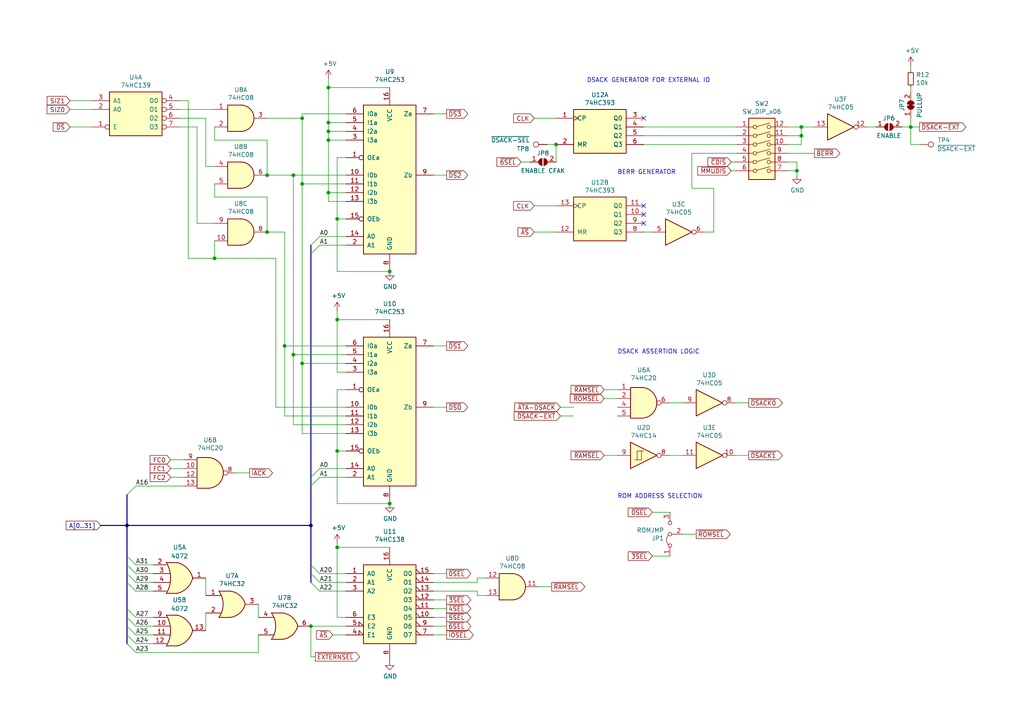
<source format=kicad_sch>
(kicad_sch (version 20231120) (generator "eeschema") (generator_version "8.0")
  (paper "A4")
  (title_block (title "k30s-VME") (rev "1"))
  (junction (at 161.29 41.91))
  (junction (at 264.16 36.83))
  (junction (at 90.17 152.4))
  (junction (at 97.79 158.75))
  (junction (at 113.03 78.74))
  (junction (at 36.83 152.4))
  (junction (at 113.03 146.05))
  (junction (at 232.41 39.37))
  (junction (at 95.25 55.88))
  (junction (at 97.79 63.5))
  (junction (at 85.09 102.87))
  (junction (at 97.79 130.81))
  (junction (at 95.25 35.56))
  (junction (at 62.23 74.93))
  (junction (at 95.25 25.4))
  (junction (at 87.63 34.29))
  (junction (at 87.63 53.34))
  (junction (at 95.25 38.1))
  (junction (at 232.41 36.83))
  (junction (at 87.63 105.41))
  (junction (at 97.79 92.71))
  (junction (at 95.25 40.64))
  (junction (at 231.14 49.53))
  (junction (at 85.09 50.8))
  (junction (at 82.55 100.33))
  (junction (at 77.47 50.8))
  (junction (at 90.17 181.61))
  (junction (at 77.47 67.31))
  (no_connect (at 186.69 34.29))
  (no_connect (at 186.69 62.23))
  (no_connect (at 186.69 64.77))
  (no_connect (at 186.69 59.69))
  (bus_entry (at 36.83 168.91) (size 2.54 2.54))
  (bus_entry (at 36.83 161.29) (size 2.54 2.54))
  (bus_entry (at 36.83 176.53) (size 2.54 2.54))
  (bus_entry (at 92.71 135.89) (size -2.54 2.54))
  (bus_entry (at 36.83 373.38) (size 2.54 2.54))
  (bus_entry (at 36.83 375.92) (size 2.54 2.54))
  (bus_entry (at 90.17 168.91) (size 2.54 2.54))
  (bus_entry (at 36.83 166.37) (size 2.54 2.54))
  (bus_entry (at 36.83 179.07) (size 2.54 2.54))
  (bus_entry (at 36.83 370.84) (size 2.54 2.54))
  (bus_entry (at 36.83 181.61) (size 2.54 2.54))
  (bus_entry (at 36.83 184.15) (size 2.54 2.54))
  (bus_entry (at 92.71 138.43) (size -2.54 2.54))
  (bus_entry (at 36.83 163.83) (size 2.54 2.54))
  (bus_entry (at 90.17 166.37) (size 2.54 2.54))
  (bus_entry (at 92.71 68.58) (size -2.54 2.54))
  (bus_entry (at 90.17 163.83) (size 2.54 2.54))
  (bus_entry (at 39.37 140.97) (size -2.54 2.54))
  (bus_entry (at 36.83 186.69) (size 2.54 2.54))
  (bus_entry (at 92.71 71.12) (size -2.54 2.54))
  (wire (pts (xy 100.33 53.34) (xy 87.63 53.34)))
  (wire (pts (xy 194.31 116.84) (xy 198.12 116.84)))
  (wire (pts (xy 97.79 63.5) (xy 100.33 63.5)))
  (wire (pts (xy 77.47 67.31) (xy 82.55 67.31)))
  (wire (pts (xy 90.17 181.61) (xy 90.17 190.5)))
  (wire (pts (xy 92.71 68.58) (xy 100.33 68.58)))
  (bus (pts (xy 90.17 152.4) (xy 36.83 152.4)))
  (wire (pts (xy 92.71 168.91) (xy 100.33 168.91)))
  (wire (pts (xy 186.69 41.91) (xy 213.36 41.91)))
  (wire (pts (xy 97.79 78.74) (xy 113.03 78.74)))
  (wire (pts (xy 175.26 113.03) (xy 179.07 113.03)))
  (wire (pts (xy 264.16 34.29) (xy 264.16 36.83)))
  (wire (pts (xy 49.53 138.43) (xy 53.34 138.43)))
  (bus (pts (xy 36.83 168.91) (xy 36.83 176.53)))
  (bus (pts (xy 33.02 361.95) (xy 36.83 361.95)))
  (wire (pts (xy 85.09 102.87) (xy 85.09 123.19)))
  (wire (pts (xy 160.02 170.18) (xy 156.21 170.18)))
  (wire (pts (xy 125.73 33.02) (xy 129.54 33.02)))
  (wire (pts (xy 53.34 135.89) (xy 49.53 135.89)))
  (wire (pts (xy 62.23 53.34) (xy 62.23 57.15)))
  (wire (pts (xy 194.31 132.08) (xy 198.12 132.08)))
  (wire (pts (xy 231.14 46.99) (xy 228.6 46.99)))
  (wire (pts (xy 54.61 29.21) (xy 54.61 74.93)))
  (bus (pts (xy 90.17 73.66) (xy 90.17 138.43)))
  (wire (pts (xy 158.75 41.91) (xy 161.29 41.91)))
  (wire (pts (xy 82.55 100.33) (xy 82.55 120.65)))
  (wire (pts (xy 74.93 175.26) (xy 74.93 179.07)))
  (wire (pts (xy 100.33 58.42) (xy 95.25 58.42)))
  (wire (pts (xy 138.43 168.91) (xy 138.43 167.64)))
  (wire (pts (xy 100.33 45.72) (xy 97.79 45.72)))
  (bus (pts (xy 36.83 152.4) (xy 36.83 161.29)))
  (wire (pts (xy 87.63 125.73) (xy 100.33 125.73)))
  (bus (pts (xy 36.83 152.4) (xy 29.21 152.4)))
  (wire (pts (xy 154.94 34.29) (xy 161.29 34.29)))
  (wire (pts (xy 57.15 64.77) (xy 62.23 64.77)))
  (wire (pts (xy 52.07 31.75) (xy 62.23 31.75)))
  (wire (pts (xy 82.55 67.31) (xy 82.55 100.33)))
  (wire (pts (xy 232.41 41.91) (xy 232.41 39.37)))
  (wire (pts (xy 95.25 55.88) (xy 95.25 40.64)))
  (wire (pts (xy 77.47 50.8) (xy 85.09 50.8)))
  (wire (pts (xy 129.54 184.15) (xy 125.73 184.15)))
  (wire (pts (xy 20.32 31.75) (xy 26.67 31.75)))
  (wire (pts (xy 39.37 186.69) (xy 44.45 186.69)))
  (wire (pts (xy 95.25 25.4) (xy 113.03 25.4)))
  (wire (pts (xy 97.79 92.71) (xy 97.79 90.17)))
  (wire (pts (xy 189.23 161.29) (xy 194.31 161.29)))
  (bus (pts (xy 36.83 375.92) (xy 36.83 378.46)))
  (wire (pts (xy 228.6 49.53) (xy 231.14 49.53)))
  (wire (pts (xy 138.43 171.45) (xy 138.43 172.72)))
  (wire (pts (xy 113.03 158.75) (xy 97.79 158.75)))
  (wire (pts (xy 212.09 49.53) (xy 213.36 49.53)))
  (wire (pts (xy 39.37 373.38) (xy 45.72 373.38)))
  (bus (pts (xy 36.83 373.38) (xy 36.83 375.92)))
  (wire (pts (xy 228.6 36.83) (xy 232.41 36.83)))
  (wire (pts (xy 87.63 105.41) (xy 87.63 125.73)))
  (wire (pts (xy 97.79 179.07) (xy 97.79 158.75)))
  (wire (pts (xy 207.01 54.61) (xy 200.66 54.61)))
  (wire (pts (xy 138.43 172.72) (xy 140.97 172.72)))
  (wire (pts (xy 39.37 181.61) (xy 44.45 181.61)))
  (bus (pts (xy 36.83 370.84) (xy 36.83 373.38)))
  (wire (pts (xy 85.09 102.87) (xy 100.33 102.87)))
  (wire (pts (xy 96.52 184.15) (xy 100.33 184.15)))
  (wire (pts (xy 39.37 189.23) (xy 74.93 189.23)))
  (wire (pts (xy 20.32 36.83) (xy 26.67 36.83)))
  (wire (pts (xy 100.33 107.95) (xy 97.79 107.95)))
  (bus (pts (xy 36.83 143.51) (xy 36.83 152.4)))
  (wire (pts (xy 97.79 63.5) (xy 97.79 78.74)))
  (wire (pts (xy 57.15 36.83) (xy 57.15 64.77)))
  (wire (pts (xy 151.13 46.99) (xy 153.67 46.99)))
  (wire (pts (xy 92.71 166.37) (xy 100.33 166.37)))
  (bus (pts (xy 36.83 179.07) (xy 36.83 181.61)))
  (wire (pts (xy 232.41 39.37) (xy 232.41 36.83)))
  (wire (pts (xy 97.79 146.05) (xy 113.03 146.05)))
  (wire (pts (xy 212.09 46.99) (xy 213.36 46.99)))
  (wire (pts (xy 162.56 118.11) (xy 166.37 118.11)))
  (wire (pts (xy 97.79 130.81) (xy 100.33 130.81)))
  (wire (pts (xy 39.37 184.15) (xy 44.45 184.15)))
  (wire (pts (xy 90.17 181.61) (xy 100.33 181.61)))
  (bus (pts (xy 36.83 161.29) (xy 36.83 163.83)))
  (wire (pts (xy 39.37 168.91) (xy 44.45 168.91)))
  (wire (pts (xy 87.63 34.29) (xy 87.63 33.02)))
  (bus (pts (xy 36.83 184.15) (xy 36.83 186.69)))
  (wire (pts (xy 213.36 132.08) (xy 217.17 132.08)))
  (wire (pts (xy 228.6 39.37) (xy 232.41 39.37)))
  (wire (pts (xy 39.37 163.83) (xy 44.45 163.83)))
  (bus (pts (xy 36.83 166.37) (xy 36.83 168.91)))
  (wire (pts (xy 129.54 173.99) (xy 125.73 173.99)))
  (wire (pts (xy 261.62 36.83) (xy 264.16 36.83)))
  (wire (pts (xy 100.33 55.88) (xy 95.25 55.88)))
  (bus (pts (xy 90.17 163.83) (xy 90.17 166.37)))
  (wire (pts (xy 189.23 67.31) (xy 186.69 67.31)))
  (wire (pts (xy 82.55 100.33) (xy 100.33 100.33)))
  (bus (pts (xy 36.83 361.95) (xy 36.83 370.84)))
  (wire (pts (xy 154.94 59.69) (xy 161.29 59.69)))
  (wire (pts (xy 100.33 38.1) (xy 95.25 38.1)))
  (wire (pts (xy 85.09 50.8) (xy 85.09 102.87)))
  (wire (pts (xy 74.93 189.23) (xy 74.93 184.15)))
  (wire (pts (xy 29.21 262.89) (xy 31.75 262.89)))
  (wire (pts (xy 228.6 41.91) (xy 232.41 41.91)))
  (wire (pts (xy 52.07 36.83) (xy 57.15 36.83)))
  (wire (pts (xy 264.16 41.91) (xy 266.7 41.91)))
  (wire (pts (xy 186.69 39.37) (xy 213.36 39.37)))
  (wire (pts (xy 95.25 38.1) (xy 95.25 35.56)))
  (wire (pts (xy 92.71 71.12) (xy 100.33 71.12)))
  (wire (pts (xy 100.33 35.56) (xy 95.25 35.56)))
  (wire (pts (xy 100.33 40.64) (xy 95.25 40.64)))
  (wire (pts (xy 189.23 148.59) (xy 194.31 148.59)))
  (wire (pts (xy 39.37 378.46) (xy 45.72 378.46)))
  (wire (pts (xy 125.73 118.11) (xy 129.54 118.11)))
  (wire (pts (xy 59.69 182.88) (xy 59.69 177.8)))
  (wire (pts (xy 125.73 166.37) (xy 129.54 166.37)))
  (wire (pts (xy 92.71 138.43) (xy 100.33 138.43)))
  (wire (pts (xy 39.37 179.07) (xy 44.45 179.07)))
  (wire (pts (xy 80.01 118.11) (xy 100.33 118.11)))
  (wire (pts (xy 264.16 36.83) (xy 266.7 36.83)))
  (wire (pts (xy 231.14 50.8) (xy 231.14 49.53)))
  (wire (pts (xy 68.58 137.16) (xy 72.39 137.16)))
  (wire (pts (xy 204.47 67.31) (xy 207.01 67.31)))
  (wire (pts (xy 232.41 36.83) (xy 236.22 36.83)))
  (wire (pts (xy 154.94 67.31) (xy 161.29 67.31)))
  (wire (pts (xy 87.63 53.34) (xy 87.63 34.29)))
  (wire (pts (xy 62.23 74.93) (xy 80.01 74.93)))
  (wire (pts (xy 97.79 157.48) (xy 97.79 158.75)))
  (wire (pts (xy 20.32 29.21) (xy 26.67 29.21)))
  (wire (pts (xy 125.73 50.8) (xy 129.54 50.8)))
  (bus (pts (xy 36.83 181.61) (xy 36.83 184.15)))
  (wire (pts (xy 77.47 57.15) (xy 77.47 67.31)))
  (wire (pts (xy 52.07 29.21) (xy 54.61 29.21)))
  (wire (pts (xy 161.29 41.91) (xy 161.29 46.99)))
  (wire (pts (xy 264.16 19.05) (xy 264.16 20.32)))
  (wire (pts (xy 85.09 123.19) (xy 100.33 123.19)))
  (wire (pts (xy 162.56 120.65) (xy 166.37 120.65)))
  (wire (pts (xy 59.69 48.26) (xy 62.23 48.26)))
  (wire (pts (xy 251.46 36.83) (xy 254 36.83)))
  (wire (pts (xy 97.79 130.81) (xy 97.79 146.05)))
  (wire (pts (xy 97.79 113.03) (xy 97.79 130.81)))
  (wire (pts (xy 95.25 40.64) (xy 95.25 38.1)))
  (wire (pts (xy 129.54 179.07) (xy 125.73 179.07)))
  (wire (pts (xy 264.16 36.83) (xy 264.16 41.91)))
  (wire (pts (xy 49.53 133.35) (xy 53.34 133.35)))
  (wire (pts (xy 97.79 107.95) (xy 97.79 92.71)))
  (wire (pts (xy 97.79 92.71) (xy 113.03 92.71)))
  (wire (pts (xy 87.63 105.41) (xy 100.33 105.41)))
  (wire (pts (xy 39.37 375.92) (xy 45.72 375.92)))
  (wire (pts (xy 97.79 179.07) (xy 100.33 179.07)))
  (wire (pts (xy 62.23 36.83) (xy 62.23 40.64)))
  (wire (pts (xy 231.14 49.53) (xy 231.14 46.99)))
  (wire (pts (xy 138.43 167.64) (xy 140.97 167.64)))
  (wire (pts (xy 77.47 34.29) (xy 87.63 34.29)))
  (wire (pts (xy 77.47 40.64) (xy 77.47 50.8)))
  (wire (pts (xy 175.26 132.08) (xy 179.07 132.08)))
  (bus (pts (xy 36.83 176.53) (xy 36.83 179.07)))
  (wire (pts (xy 92.71 171.45) (xy 100.33 171.45)))
  (wire (pts (xy 200.66 44.45) (xy 213.36 44.45)))
  (wire (pts (xy 62.23 69.85) (xy 62.23 74.93)))
  (wire (pts (xy 90.17 190.5) (xy 91.44 190.5)))
  (wire (pts (xy 85.09 50.8) (xy 100.33 50.8)))
  (wire (pts (xy 125.73 181.61) (xy 129.54 181.61)))
  (wire (pts (xy 87.63 33.02) (xy 100.33 33.02)))
  (wire (pts (xy 186.69 36.83) (xy 213.36 36.83)))
  (wire (pts (xy 39.37 166.37) (xy 44.45 166.37)))
  (bus (pts (xy 90.17 140.97) (xy 90.17 152.4)))
  (wire (pts (xy 95.25 35.56) (xy 95.25 25.4)))
  (wire (pts (xy 59.69 172.72) (xy 59.69 167.64)))
  (wire (pts (xy 62.23 57.15) (xy 77.47 57.15)))
  (wire (pts (xy 125.73 168.91) (xy 138.43 168.91)))
  (wire (pts (xy 175.26 115.57) (xy 179.07 115.57)))
  (wire (pts (xy 39.37 171.45) (xy 44.45 171.45)))
  (wire (pts (xy 82.55 120.65) (xy 100.33 120.65)))
  (wire (pts (xy 62.23 40.64) (xy 77.47 40.64)))
  (wire (pts (xy 100.33 113.03) (xy 97.79 113.03)))
  (wire (pts (xy 92.71 135.89) (xy 100.33 135.89)))
  (wire (pts (xy 97.79 45.72) (xy 97.79 63.5)))
  (wire (pts (xy 201.93 154.94) (xy 198.12 154.94)))
  (wire (pts (xy 125.73 176.53) (xy 129.54 176.53)))
  (wire (pts (xy 59.69 34.29) (xy 59.69 48.26)))
  (wire (pts (xy 53.34 140.97) (xy 39.37 140.97)))
  (bus (pts (xy 90.17 152.4) (xy 90.17 163.83)))
  (wire (pts (xy 228.6 44.45) (xy 236.22 44.45)))
  (wire (pts (xy 95.25 58.42) (xy 95.25 55.88)))
  (wire (pts (xy 200.66 54.61) (xy 200.66 44.45)))
  (bus (pts (xy 36.83 163.83) (xy 36.83 166.37)))
  (wire (pts (xy 54.61 74.93) (xy 62.23 74.93)))
  (wire (pts (xy 125.73 171.45) (xy 138.43 171.45)))
  (wire (pts (xy 264.16 25.4) (xy 264.16 26.67)))
  (wire (pts (xy 213.36 116.84) (xy 217.17 116.84)))
  (wire (pts (xy 52.07 34.29) (xy 59.69 34.29)))
  (wire (pts (xy 87.63 53.34) (xy 87.63 105.41)))
  (wire (pts (xy 95.25 25.4) (xy 95.25 22.86)))
  (bus (pts (xy 90.17 138.43) (xy 90.17 140.97)))
  (wire (pts (xy 207.01 67.31) (xy 207.01 54.61)))
  (wire (pts (xy 125.73 100.33) (xy 129.54 100.33)))
  (bus (pts (xy 90.17 71.12) (xy 90.17 73.66)))
  (wire (pts (xy 80.01 74.93) (xy 80.01 118.11)))
  (bus (pts (xy 90.17 166.37) (xy 90.17 168.91)))
  (text "ROM ADDRESS SELECTION" (at 179.07 144.78 0) (effects (font (size 1.27 1.27)) (justify left bottom)))
  (text "BERR GENERATOR" (at 179.07 50.8 0) (effects (font (size 1.27 1.27)) (justify left bottom)))
  (text "14\n" (at 38.1 355.6 0) (effects (font (size 1.27 1.27)) (justify left bottom)))
  (text "14\n" (at 81.28 358.14 0) (effects (font (size 1.27 1.27)) (justify left bottom)))
  (text "NEED 28 + 23 + 4 = 55" (at 54.61 223.52 0) (effects (font (size 1.27 1.27)) (justify left bottom)))
  (text "DSACK ASSERTION LOGIC" (at 179.07 102.87 0) (effects (font (size 1.27 1.27)) (justify left bottom)))
  (text "23\n\n" (at 142.24 339.09 0) (effects (font (size 1.27 1.27)) (justify left bottom)))
  (text "DSACK GENERATOR FOR EXTERNAL IO" (at 170.18 24.13 0) (effects (font (size 1.27 1.27)) (justify left bottom)))
  (label "A30" (at 39.37 166.37 0))
  (label "A29" (at 39.37 168.91 0))
  (label "A1" (at 92.71 138.43 0))
  (label "A27" (at 39.37 179.07 0))
  (label "A22" (at 92.71 171.45 0))
  (label "A0" (at 39.37 373.38 0))
  (label "A0" (at 92.71 135.89 0))
  (label "A28" (at 39.37 171.45 0))
  (label "A2" (at 39.37 378.46 0))
  (label "A26" (at 39.37 181.61 0))
  (label "A21" (at 92.71 168.91 0))
  (label "A23" (at 39.37 189.23 0))
  (label "A16" (at 39.37 140.97 0))
  (label "A0" (at 92.71 68.58 0))
  (label "A24" (at 39.37 186.69 0))
  (label "A20" (at 92.71 166.37 0))
  (label "A1" (at 92.71 71.12 0))
  (label "A1" (at 39.37 375.92 0))
  (label "A31" (at 39.37 163.83 0))
  (label "A25" (at 39.37 184.15 0))
  (global_label "~{IOSEL}" (shape output) (at 129.54 184.15 0) (property "Intersheetrefs" "${INTERSHEET_REFS}" (effects (hide yes))))
  (global_label "~{5SEL}" (shape output) (at 129.54 179.07 0) (property "Intersheetrefs" "${INTERSHEET_REFS}" (effects (hide yes))))
  (global_label "~{RAMSEL}" (shape input) (at 175.26 132.08 180) (property "Intersheetrefs" "${INTERSHEET_REFS}" (effects (hide yes))))
  (global_label "~{AS}" (shape output) (at 41.91 334.01 180) (property "Intersheetrefs" "${INTERSHEET_REFS}" (effects (hide yes))))
  (global_label "CLK" (shape output) (at 41.91 302.26 180) (property "Intersheetrefs" "${INTERSHEET_REFS}" (effects (hide yes))))
  (global_label "TCK" (shape input) (at 36.83 257.81 0) (property "Intersheetrefs" "${INTERSHEET_REFS}" (effects (hide yes))))
  (global_label "~{RESET}" (shape bidirectional) (at 41.91 321.31 180) (property "Intersheetrefs" "${INTERSHEET_REFS}" (effects (hide yes))))
  (global_label "~{DS3}" (shape output) (at 129.54 33.02 0) (property "Intersheetrefs" "${INTERSHEET_REFS}" (effects (hide yes))))
  (global_label "DH_DIR" (shape input) (at 78.74 345.44 180) (property "Intersheetrefs" "${INTERSHEET_REFS}" (effects (hide yes))))
  (global_label "~{RAMSEL}" (shape input) (at 175.26 113.03 180) (property "Intersheetrefs" "${INTERSHEET_REFS}" (effects (hide yes))))
  (global_label "~{VWRITE}" (shape input) (at 146.05 275.59 180) (property "Intersheetrefs" "${INTERSHEET_REFS}" (effects (hide yes))))
  (global_label "OP2" (shape output) (at -27.94 308.61 0) (property "Intersheetrefs" "${INTERSHEET_REFS}" (effects (hide yes))))
  (global_label "~{AS}" (shape input) (at 154.94 67.31 180) (property "Intersheetrefs" "${INTERSHEET_REFS}" (effects (hide yes))))
  (global_label "~{6SEL}" (shape input) (at 151.13 46.99 180) (property "Intersheetrefs" "${INTERSHEET_REFS}" (effects (hide yes))))
  (global_label "~{WR}" (shape input) (at -39.37 355.6 0) (property "Intersheetrefs" "${INTERSHEET_REFS}" (effects (hide yes))))
  (global_label "~{A40X_OE}" (shape input) (at 83.82 351.79 0) (property "Intersheetrefs" "${INTERSHEET_REFS}" (effects (hide yes))))
  (global_label "~{ATA-DSACK}" (shape input) (at 162.56 118.11 180) (property "Intersheetrefs" "${INTERSHEET_REFS}" (effects (hide yes))))
  (global_label "~{CDIS}" (shape input) (at 212.09 46.99 180) (property "Intersheetrefs" "${INTERSHEET_REFS}" (effects (hide yes))))
  (global_label "~{4SEL}" (shape output) (at 129.54 176.53 0) (property "Intersheetrefs" "${INTERSHEET_REFS}" (effects (hide yes))))
  (global_label "~{RD}" (shape input) (at -39.37 353.06 0) (property "Intersheetrefs" "${INTERSHEET_REFS}" (effects (hide yes))))
  (global_label "~{DH_OE}" (shape input) (at 83.82 344.17 0) (property "Intersheetrefs" "${INTERSHEET_REFS}" (effects (hide yes))))
  (global_label "~{DS2}" (shape output) (at 129.54 50.8 0) (property "Intersheetrefs" "${INTERSHEET_REFS}" (effects (hide yes))))
  (global_label "SIZ0" (shape output) (at 41.91 344.17 180) (property "Intersheetrefs" "${INTERSHEET_REFS}" (effects (hide yes))))
  (global_label "~{BR}" (shape input) (at 41.91 313.69 180) (property "Intersheetrefs" "${INTERSHEET_REFS}" (effects (hide yes))))
  (global_label "~{VACFAIL}" (shape input) (at 146.05 328.93 180) (property "Intersheetrefs" "${INTERSHEET_REFS}" (effects (hide yes))))
  (global_label "~{3SEL}" (shape output) (at 129.54 173.99 0) (property "Intersheetrefs" "${INTERSHEET_REFS}" (effects (hide yes))))
  (global_label "~{VSYSRESET}" (shape input) (at 146.05 306.07 180) (property "Intersheetrefs" "${INTERSHEET_REFS}" (effects (hide yes))))
  (global_label "~{VBBSY}" (shape input) (at 146.05 323.85 180) (property "Intersheetrefs" "${INTERSHEET_REFS}" (effects (hide yes))))
  (global_label "SIZ1" (shape output) (at 41.91 346.71 180) (property "Intersheetrefs" "${INTERSHEET_REFS}" (effects (hide yes))))
  (global_label "TDI" (shape input) (at 36.83 265.43 0) (property "Intersheetrefs" "${INTERSHEET_REFS}" (effects (hide yes))))
  (global_label "~{IORD}" (shape input) (at -27.94 321.31 0) (property "Intersheetrefs" "${INTERSHEET_REFS}" (effects (hide yes))))
  (global_label "~{VDS1}" (shape input) (at 146.05 270.51 180) (property "Intersheetrefs" "${INTERSHEET_REFS}" (effects (hide yes))))
  (global_label "VAM0" (shape input) (at 146.05 283.21 180) (property "Intersheetrefs" "${INTERSHEET_REFS}" (effects (hide yes))))
  (global_label "FC2" (shape input) (at 49.53 138.43 180) (property "Intersheetrefs" "${INTERSHEET_REFS}" (effects (hide yes))))
  (global_label "~{DSACK1}" (shape input) (at 41.91 341.63 180) (property "Intersheetrefs" "${INTERSHEET_REFS}" (effects (hide yes))))
  (global_label "~{DS0}" (shape input) (at -39.37 361.95 0) (property "Intersheetrefs" "${INTERSHEET_REFS}" (effects (hide yes))))
  (global_label "~{IACK}" (shape output) (at 72.39 137.16 0) (property "Intersheetrefs" "${INTERSHEET_REFS}" (effects (hide yes))))
  (global_label "~{EXTERNSEL}" (shape output) (at 91.44 190.5 0) (property "Intersheetrefs" "${INTERSHEET_REFS}" (effects (hide yes))))
  (global_label "~{DS0}" (shape output) (at 129.54 118.11 0) (property "Intersheetrefs" "${INTERSHEET_REFS}" (effects (hide yes))))
  (global_label "~{IACK}" (shape input) (at -21.59 330.2 180) (property "Intersheetrefs" "${INTERSHEET_REFS}" (effects (hide yes))))
  (global_label "~{VBCLR}" (shape input) (at 146.05 326.39 180) (property "Intersheetrefs" "${INTERSHEET_REFS}" (effects (hide yes))))
  (global_label "IP4" (shape input) (at -27.94 313.69 0) (property "Intersheetrefs" "${INTERSHEET_REFS}" (effects (hide yes))))
  (global_label "~{ROMSEL}" (shape input) (at -39.37 344.17 0) (property "Intersheetrefs" "${INTERSHEET_REFS}" (effects (hide yes))))
  (global_label "~{MMUDIS}" (shape input) (at 212.09 49.53 180) (property "Intersheetrefs" "${INTERSHEET_REFS}" (effects (hide yes))))
  (global_label "~{VSYSFAIL}" (shape input) (at 146.05 308.61 180) (property "Intersheetrefs" "${INTERSHEET_REFS}" (effects (hide yes))))
  (global_label "D16X_DIR" (shape input) (at 78.74 347.98 180) (property "Intersheetrefs" "${INTERSHEET_REFS}" (effects (hide yes))))
  (global_label "~{VBGIN}" (shape input) (at 146.05 313.69 180) (property "Intersheetrefs" "${INTERSHEET_REFS}" (effects (hide yes))))
  (global_label "~{BERR}" (shape output) (at 236.22 44.45 0) (property "Intersheetrefs" "${INTERSHEET_REFS}" (effects (hide yes))))
  (global_label "~{DSACK-EXT}" (shape input) (at 162.56 120.65 180) (property "Intersheetrefs" "${INTERSHEET_REFS}" (effects (hide yes))))
  (global_label "VAM5" (shape input) (at 146.05 295.91 180) (property "Intersheetrefs" "${INTERSHEET_REFS}" (effects (hide yes))))
  (global_label "~{DSACK-EXT}" (shape output) (at 266.7 36.83 0) (property "Intersheetrefs" "${INTERSHEET_REFS}" (effects (hide yes))))
  (global_label "~{DS}" (shape output) (at 41.91 336.55 180) (property "Intersheetrefs" "${INTERSHEET_REFS}" (effects (hide yes))))
  (global_label "~{0SEL}" (shape input) (at 189.23 148.59 180) (property "Intersheetrefs" "${INTERSHEET_REFS}" (effects (hide yes))))
  (global_label "OP3" (shape output) (at -27.94 311.15 0) (property "Intersheetrefs" "${INTERSHEET_REFS}" (effects (hide yes))))
  (global_label "IP5" (shape input) (at -27.94 316.23 0) (property "Intersheetrefs" "${INTERSHEET_REFS}" (effects (hide yes))))
  (global_label "~{AH_OE}" (shape input) (at 83.82 339.09 0) (property "Intersheetrefs" "${INTERSHEET_REFS}" (effects (hide yes))))
  (global_label "~{D16X_OE}" (shape input) (at 83.82 346.71 0) (property "Intersheetrefs" "${INTERSHEET_REFS}" (effects (hide yes))))
  (global_label "~{DL_OE}" (shape input) (at 83.82 341.63 0) (property "Intersheetrefs" "${INTERSHEET_REFS}" (effects (hide yes))))
  (global_label "~{MD32X_OE}" (shape input) (at 83.82 349.25 0) (property "Intersheetrefs" "${INTERSHEET_REFS}" (effects (hide yes))))
  (global_label "~{AS}" (shape input) (at 96.52 184.15 180) (property "Intersheetrefs" "${INTERSHEET_REFS}" (effects (hide yes))))
  (global_label "~{BG}" (shape output) (at 41.91 311.15 180) (property "Intersheetrefs" "${INTERSHEET_REFS}" (effects (hide yes))))
  (global_label "~{VAS}" (shape input) (at 146.05 265.43 180) (property "Intersheetrefs" "${INTERSHEET_REFS}" (effects (hide yes))))
  (global_label "~{RAMSEL}" (shape output) (at 160.02 170.18 0) (property "Intersheetrefs" "${INTERSHEET_REFS}" (effects (hide yes))))
  (global_label "~{DS2}" (shape input) (at -39.37 367.03 0) (property "Intersheetrefs" "${INTERSHEET_REFS}" (effects (hide yes))))
  (global_label "FC0" (shape input) (at 49.53 133.35 180) (property "Intersheetrefs" "${INTERSHEET_REFS}" (effects (hide yes))))
  (global_label "~{VBGOUT}" (shape input) (at 146.05 316.23 180) (property "Intersheetrefs" "${INTERSHEET_REFS}" (effects (hide yes))))
  (global_label "~{DSACK0}" (shape input) (at 41.91 339.09 180) (property "Intersheetrefs" "${INTERSHEET_REFS}" (effects (hide yes))))
  (global_label "~{IOWR}" (shape input) (at -27.94 323.85 0) (property "Intersheetrefs" "${INTERSHEET_REFS}" (effects (hide yes))))
  (global_label "~{DSACK0}" (shape output) (at 217.17 116.84 0) (property "Intersheetrefs" "${INTERSHEET_REFS}" (effects (hide yes))))
  (global_label "FC1" (shape input) (at 49.53 135.89 180) (property "Intersheetrefs" "${INTERSHEET_REFS}" (effects (hide yes))))
  (global_label "SIZ0" (shape input) (at 20.32 31.75 180) (property "Intersheetrefs" "${INTERSHEET_REFS}" (effects (hide yes))))
  (global_label "~{ROMSEL}" (shape output) (at 201.93 154.94 0) (property "Intersheetrefs" "${INTERSHEET_REFS}" (effects (hide yes))))
  (global_label "~{DS1}" (shape input) (at -39.37 364.49 0) (property "Intersheetrefs" "${INTERSHEET_REFS}" (effects (hide yes))))
  (global_label "~{RAMSEL}" (shape input) (at -39.37 346.71 0) (property "Intersheetrefs" "${INTERSHEET_REFS}" (effects (hide yes))))
  (global_label "SIZ1" (shape input) (at 20.32 29.21 180) (property "Intersheetrefs" "${INTERSHEET_REFS}" (effects (hide yes))))
  (global_label "~{HALT}" (shape bidirectional) (at 41.91 323.85 180) (property "Intersheetrefs" "${INTERSHEET_REFS}" (effects (hide yes))))
  (global_label "CLK" (shape input) (at 154.94 34.29 180) (property "Intersheetrefs" "${INTERSHEET_REFS}" (effects (hide yes))))
  (global_label "TDO" (shape input) (at 36.83 262.89 0) (property "Intersheetrefs" "${INTERSHEET_REFS}" (effects (hide yes))))
  (global_label "CLK" (shape input) (at 154.94 59.69 180) (property "Intersheetrefs" "${INTERSHEET_REFS}" (effects (hide yes))))
  (global_label "~{VLWORD}" (shape input) (at 146.05 267.97 180) (property "Intersheetrefs" "${INTERSHEET_REFS}" (effects (hide yes))))
  (global_label "~{VBR}" (shape input) (at 146.05 318.77 180) (property "Intersheetrefs" "${INTERSHEET_REFS}" (effects (hide yes))))
  (global_label "~{DSACK1}" (shape output) (at 217.17 132.08 0) (property "Intersheetrefs" "${INTERSHEET_REFS}" (effects (hide yes))))
  (global_label "~{VDS0}" (shape input) (at 146.05 273.05 180) (property "Intersheetrefs" "${INTERSHEET_REFS}" (effects (hide yes))))
  (global_label "~{VDTACK}" (shape output) (at 146.05 278.13 180) (property "Intersheetrefs" "${INTERSHEET_REFS}" (effects (hide yes))))
  (global_label "~{DS}" (shape input) (at 20.32 36.83 180) (property "Intersheetrefs" "${INTERSHEET_REFS}" (effects (hide yes))))
  (global_label "~{VBERR}" (shape input) (at 146.05 303.53 180) (property "Intersheetrefs" "${INTERSHEET_REFS}" (effects (hide yes))))
  (global_label "VAM1" (shape input) (at 146.05 285.75 180) (property "Intersheetrefs" "${INTERSHEET_REFS}" (effects (hide yes))))
  (global_label "~{3SEL}" (shape input) (at 189.23 161.29 180) (property "Intersheetrefs" "${INTERSHEET_REFS}" (effects (hide yes))))
  (global_label "VAM4" (shape input) (at 146.05 293.37 180) (property "Intersheetrefs" "${INTERSHEET_REFS}" (effects (hide yes))))
  (global_label "ATA-READY" (shape output) (at -30.48 334.01 0) (property "Intersheetrefs" "${INTERSHEET_REFS}" (effects (hide yes))))
  (global_label "~{ROMSEL}" (shape input) (at 175.26 115.57 180) (property "Intersheetrefs" "${INTERSHEET_REFS}" (effects (hide yes))))
  (global_label "~{0SEL}" (shape output) (at 129.54 166.37 0) (property "Intersheetrefs" "${INTERSHEET_REFS}" (effects (hide yes))))
  (global_label "DL_DIR" (shape input) (at 78.74 342.9 180) (property "Intersheetrefs" "${INTERSHEET_REFS}" (effects (hide yes))))
  (global_label "~{DS3}" (shape input) (at -39.37 369.57 0) (property "Intersheetrefs" "${INTERSHEET_REFS}" (effects (hide yes))))
  (global_label "A40X_DIR" (shape input) (at 78.74 353.06 180) (property "Intersheetrefs" "${INTERSHEET_REFS}" (effects (hide yes))))
  (global_label "~{6SEL}" (shape output) (at 129.54 181.61 0) (property "Intersheetrefs" "${INTERSHEET_REFS}" (effects (hide yes))))
  (global_label "AH_DIR" (shape input) (at 78.74 340.36 180) (property "Intersheetrefs" "${INTERSHEET_REFS}" (effects (hide yes))))
  (global_label "~{DS1}" (shape output) (at 129.54 100.33 0) (property "Intersheetrefs" "${INTERSHEET_REFS}" (effects (hide yes))))
  (global_label "A[0..31]" (shape input) (at 29.21 152.4 180) (property "Intersheetrefs" "${INTERSHEET_REFS}" (effects (hide yes))))
  (global_label "~{VRETRY}" (shape input) (at 146.05 300.99 180) (property "Intersheetrefs" "${INTERSHEET_REFS}" (effects (hide yes))))
  (global_label "~{BGACK}" (shape input) (at 41.91 308.61 180) (property "Intersheetrefs" "${INTERSHEET_REFS}" (effects (hide yes))))
  (global_label "~{BERR}" (shape input) (at 41.91 326.39 180) (property "Intersheetrefs" "${INTERSHEET_REFS}" (effects (hide yes))))
  (global_label "~{AL_OE}" (shape input) (at 83.82 336.55 0) (property "Intersheetrefs" "${INTERSHEET_REFS}" (effects (hide yes))))
  (global_label "~{WR}" (shape output) (at 41.91 349.25 180) (property "Intersheetrefs" "${INTERSHEET_REFS}" (effects (hide yes))))
  (global_label "VAM2" (shape input) (at 146.05 288.29 180) (property "Intersheetrefs" "${INTERSHEET_REFS}" (effects (hide yes))))
  (global_label "MD32X_DIR" (shape input) (at 78.74 350.52 180) (property "Intersheetrefs" "${INTERSHEET_REFS}" (effects (hide yes))))
  (global_label "A[0..31]" (shape input) (at 33.02 361.95 180) (property "Intersheetrefs" "${INTERSHEET_REFS}" (effects (hide yes))))
  (global_label "AL_DIR" (shape input) (at 78.74 337.82 180) (property "Intersheetrefs" "${INTERSHEET_REFS}" (effects (hide yes))))
  (global_label "VSYSCLK" (shape input) (at 146.05 332.74 180) (property "Intersheetrefs" "${INTERSHEET_REFS}" (effects (hide yes))))
  (global_label "VAM3" (shape input) (at 146.05 290.83 180) (property "Intersheetrefs" "${INTERSHEET_REFS}" (effects (hide yes))))
  (global_label "TMS" (shape input) (at 36.83 260.35 0) (property "Intersheetrefs" "${INTERSHEET_REFS}" (effects (hide yes))))
  (symbol (lib_id "74xx:74LS253") (at 113.03 118.11 0) (unit 1)
    (property "Reference" "U10" (at 113.03 88.1126 0))
    (property "Value" "74HC253" (at 113.03 90.424 0))
    (property "Footprint" "Package_SO:SSOP-16_5.3x6.2mm_P0.65mm" (effects (hide yes)))
    (property "Datasheet" "http://www.ti.com/lit/gpn/sn74LS253" (effects (hide yes)))
    (instances (project "Logic" (path "" (reference "U10") (unit 1))) (project "IVC-k30" (path "" (reference "U24") (unit 1))) (project "k30-SBC" (path "" (reference "U10") (unit 1))))
  )
  (symbol (lib_id "74xx:74LS08") (at 69.85 34.29 0) (unit 1)
    (property "Reference" "U8" (at 69.85 26.035 0))
    (property "Value" "74HC08" (at 69.85 28.3464 0))
    (property "Footprint" "Package_SO:TSSOP-14_4.4x5mm_P0.65mm" (effects (hide yes)))
    (property "Datasheet" "http://www.ti.com/lit/gpn/sn74LS08" (effects (hide yes)))
    (instances (project "Logic" (path "" (reference "U8") (unit 1))) (project "IVC-k30" (path "" (reference "U22") (unit 1))) (project "k30-SBC" (path "" (reference "U8") (unit 1))))
  )
  (symbol (lib_id "Jumper:Jumper_3_Bridged12") (at 194.31 154.94 90) (unit 1)
    (property "Reference" "JP1" (at 192.6082 156.1084 90) (effects (justify left)))
    (property "Value" "ROMJMP" (at 192.6082 153.797 90) (effects (justify left)))
    (property "Footprint" "Connector_PinHeader_2.54mm:PinHeader_1x03_P2.54mm_Vertical" (effects (hide yes)))
    (instances (project "Logic" (path "" (reference "JP1") (unit 1))) (project "IVC-k30" (path "" (reference "JP6") (unit 1))) (project "k30-SBC" (path "" (reference "JP1") (unit 1))))
  )
  (symbol (lib_id "power:+5V") (at 97.79 157.48 0) (unit 1)
    (property "Reference" "#PWR011" (effects (hide yes)))
    (property "Value" "+5V" (at 98.171 153.0858 0))
    (instances (project "Logic" (path "" (reference "#PWR011") (unit 1))) (project "IVC-k30" (path "" (reference "#PWR067") (unit 1))) (project "k30-SBC" (path "" (reference "#PWR011") (unit 1))))
  )
  (symbol (lib_id "power:+5V") (at 16.51 245.11 0) (unit 1)
    (property "Reference" "#PWR010" (effects (hide yes)))
    (property "Value" "+5V" (at 16.891 240.7158 0))
  )
  (symbol (lib_id "Device:R_Small") (at 264.16 22.86 0) (unit 1)
    (property "Reference" "R12" (at 265.6586 21.6916 0) (effects (justify left)))
    (property "Value" "10k" (at 265.6586 24.003 0) (effects (justify left)))
    (property "Footprint" "Resistor_THT:R_Axial_DIN0204_L3.6mm_D1.6mm_P5.08mm_Horizontal" (effects (hide yes)))
    (instances (project "Logic" (path "" (reference "R12") (unit 1))) (project "IVC-k30" (path "" (reference "R11") (unit 1))) (project "k30-SBC" (path "" (reference "R12") (unit 1))))
  )
  (symbol (lib_id "Connector:AVR-JTAG-10") (at 16.51 260.35 0) (unit 1)
    (property "Reference" "J1" (at 5.08 259.0799 0) (effects (justify right)))
    (property "Value" "ATF-JTAG-10" (at 5.08 261.6199 0) (effects (justify right)))
    (property "Footprint" "Connector_PinHeader_2.54mm:PinHeader_2x05_P2.54mm_Vertical" (effects (hide yes)))
    (property "Datasheet" " ~" (effects (hide yes)))
  )
  (symbol (lib_id "Computie_CPLDs:ATF1504AS-10JU84") (at 86.36 274.32 0) (unit 1)
    (property "Reference" "U4" (at 88.5541 323.85 0) (effects (justify left)))
    (property "Value" "ATF1504AS-10JU84" (at 88.5541 326.39 0) (effects (justify left)))
    (property "Datasheet" "http://ww1.microchip.com/downloads/en/DeviceDoc/Atmel-0950-CPLD-ATF1504AS(L)-Datasheet.pdf" (effects (hide yes)))
  )
  (symbol (lib_id "74xx:74LS253") (at 113.03 50.8 0) (unit 1)
    (property "Reference" "U9" (at 113.03 20.8026 0))
    (property "Value" "74HC253" (at 113.03 23.114 0))
    (property "Footprint" "Package_SO:SSOP-16_5.3x6.2mm_P0.65mm" (effects (hide yes)))
    (property "Datasheet" "http://www.ti.com/lit/gpn/sn74LS253" (effects (hide yes)))
    (instances (project "Logic" (path "" (reference "U9") (unit 1))) (project "IVC-k30" (path "" (reference "U23") (unit 1))) (project "k30-SBC" (path "" (reference "U9") (unit 1))))
  )
  (symbol (lib_id "Jumper:SolderJumper_2_Open") (at 257.81 36.83 0) (unit 1)
    (property "Reference" "JP6" (at 257.81 34.29 0))
    (property "Value" "ENABLE" (at 257.81 39.37 0))
    (property "Footprint" "Jumper:SolderJumper-2_P1.3mm_Open_RoundedPad1.0x1.5mm" (effects (hide yes)))
    (instances (project "Logic" (path "" (reference "JP6") (unit 1))) (project "IVC-k30" (path "" (reference "JP7") (unit 1))) (project "k30-SBC" (path "" (reference "JP6") (unit 1))))
  )
  (symbol (lib_id "74xx:74HC14") (at 186.69 132.08 0) (unit 4)
    (property "Reference" "U2" (at 186.69 124.0282 0))
    (property "Value" "74HC14" (at 186.69 126.3396 0))
    (property "Footprint" "Package_SO:TSSOP-14_4.4x5mm_P0.65mm" (effects (hide yes)))
    (property "Datasheet" "http://www.ti.com/lit/gpn/sn74HC14" (effects (hide yes)))
  )
  (symbol (lib_id "Switch:SW_DIP_x06") (at 220.98 44.45 0) (unit 1)
    (property "Reference" "SW2" (at 220.98 30.0482 0))
    (property "Value" "SW_DIP_x06" (at 220.98 32.3596 0))
    (property "Footprint" "Package_DIP:DIP-12_W7.62mm_LongPads" (effects (hide yes)))
    (instances (project "Logic" (path "" (reference "SW2") (unit 1))) (project "IVC-k30" (path "" (reference "SW4") (unit 1))) (project "k30-SBC" (path "" (reference "SW2") (unit 1))))
  )
  (symbol (lib_id "74xx:74LS08") (at 69.85 67.31 0) (unit 3)
    (property "Reference" "U8" (at 69.85 59.055 0))
    (property "Value" "74HC08" (at 69.85 61.3664 0))
    (property "Footprint" "Package_SO:TSSOP-14_4.4x5mm_P0.65mm" (effects (hide yes)))
    (property "Datasheet" "http://www.ti.com/lit/gpn/sn74LS08" (effects (hide yes)))
    (instances (project "Logic" (path "" (reference "U8") (unit 3))) (project "IVC-k30" (path "" (reference "U22") (unit 3))) (project "k30-SBC" (path "" (reference "U8") (unit 3))))
  )
  (symbol (lib_id "74xx:74LS20") (at 60.96 137.16 0) (unit 2)
    (property "Reference" "U6" (at 60.96 127.635 0))
    (property "Value" "74HC20" (at 60.96 129.9464 0))
    (property "Footprint" "Package_SO:TSSOP-14_4.4x5mm_P0.65mm" (effects (hide yes)))
    (property "Datasheet" "http://www.ti.com/lit/gpn/sn74LS20" (effects (hide yes)))
    (instances (project "Logic" (path "" (reference "U6") (unit 2))) (project "IVC-k30" (path "" (reference "U21") (unit 2))) (project "k30-SBC" (path "" (reference "U6") (unit 2))))
  )
  (symbol (lib_id "74xx:74LS05") (at 205.74 116.84 0) (unit 4)
    (property "Reference" "U3" (at 205.74 108.7882 0))
    (property "Value" "74HC05" (at 205.74 111.0996 0))
    (property "Footprint" "Package_SO:TSSOP-14_4.4x5mm_P0.65mm" (effects (hide yes)))
    (property "Datasheet" "http://www.ti.com/lit/gpn/sn74LS05" (effects (hide yes)))
  )
  (symbol (lib_id "74xx:74LS32") (at 67.31 175.26 0) (unit 1)
    (property "Reference" "U7" (at 67.31 167.005 0))
    (property "Value" "74HC32" (at 67.31 169.3164 0))
    (property "Footprint" "Package_SO:TSSOP-14_4.4x5mm_P0.65mm" (effects (hide yes)))
    (property "Datasheet" "http://www.ti.com/lit/gpn/sn74LS32" (effects (hide yes)))
    (instances (project "Logic" (path "" (reference "U7") (unit 1))) (project "IVC-k30" (path "" (reference "U8") (unit 1))) (project "k30-SBC" (path "" (reference "U7") (unit 1))))
  )
  (symbol (lib_id "74xx:74LS08") (at 69.85 50.8 0) (unit 2)
    (property "Reference" "U8" (at 69.85 42.545 0))
    (property "Value" "74HC08" (at 69.85 44.8564 0))
    (property "Footprint" "Package_SO:TSSOP-14_4.4x5mm_P0.65mm" (effects (hide yes)))
    (property "Datasheet" "http://www.ti.com/lit/gpn/sn74LS08" (effects (hide yes)))
    (instances (project "Logic" (path "" (reference "U8") (unit 2))) (project "IVC-k30" (path "" (reference "U22") (unit 2))) (project "k30-SBC" (path "" (reference "U8") (unit 2))))
  )
  (symbol (lib_id "power:+5V") (at 97.79 90.17 0) (unit 1)
    (property "Reference" "#PWR010" (effects (hide yes)))
    (property "Value" "+5V" (at 98.171 85.7758 0))
    (instances (project "Logic" (path "" (reference "#PWR010") (unit 1))) (project "IVC-k30" (path "" (reference "#PWR066") (unit 1))) (project "k30-SBC" (path "" (reference "#PWR010") (unit 1))))
  )
  (symbol (lib_id "power:GND") (at 113.03 146.05 0) (unit 1)
    (property "Reference" "#PWR013" (effects (hide yes)))
    (property "Value" "GND" (at 113.157 150.4442 0))
    (instances (project "Logic" (path "" (reference "#PWR013") (unit 1))) (project "IVC-k30" (path "" (reference "#PWR069") (unit 1))) (project "k30-SBC" (path "" (reference "#PWR013") (unit 1))))
  )
  (symbol (lib_id "74xx:74LS138") (at 113.03 173.99 0) (unit 1)
    (property "Reference" "U11" (at 113.03 154.1526 0))
    (property "Value" "74HC138" (at 113.03 156.464 0))
    (property "Footprint" "Package_SO:TSSOP-16_4.4x5mm_P0.65mm" (effects (hide yes)))
    (property "Datasheet" "http://www.ti.com/lit/gpn/sn74LS138" (effects (hide yes)))
    (instances (project "Logic" (path "" (reference "U11") (unit 1))) (project "IVC-k30" (path "" (reference "U25") (unit 1))) (project "k30-SBC" (path "" (reference "U11") (unit 1))))
  )
  (symbol (lib_id "4xxx:4072") (at 52.07 182.88 0) (unit 2)
    (property "Reference" "U5" (at 52.07 173.99 0))
    (property "Value" "4072" (at 52.07 176.53 0))
    (property "Footprint" "Package_SO:TSSOP-14_4.4x5mm_P0.65mm" (effects (hide yes)))
    (property "Datasheet" "http://www.intersil.com/content/dam/Intersil/documents/cd40/cd4071bms-72bms-75bms.pdf" (effects (hide yes)))
    (instances (project "Logic" (path "" (reference "U5") (unit 2))) (project "IVC-k30" (path "" (reference "U20") (unit 2))) (project "k30-SBC" (path "" (reference "U5") (unit 2))))
  )
  (symbol (lib_id "power:+5V") (at 264.16 19.05 0) (unit 1)
    (property "Reference" "#PWR050" (effects (hide yes)))
    (property "Value" "+5V" (at 264.541 14.6558 0))
    (instances (project "Logic" (path "" (reference "#PWR050") (unit 1))) (project "IVC-k30" (path "" (reference "#PWR074") (unit 1))) (project "k30-SBC" (path "" (reference "#PWR050") (unit 1))))
  )
  (symbol (lib_id "Jumper:SolderJumper_2_Open") (at 157.48 46.99 0) (unit 1)
    (property "Reference" "JP8" (at 157.48 44.45 0))
    (property "Value" "ENABLE CFAK" (at 157.48 49.53 0))
    (property "Footprint" "Jumper:SolderJumper-2_P1.3mm_Open_RoundedPad1.0x1.5mm" (effects (hide yes)))
    (instances (project "Logic" (path "" (reference "JP8") (unit 1))) (project "IVC-k30" (path "" (reference "JP5") (unit 1))) (project "k30-SBC" (path "" (reference "JP8") (unit 1))))
  )
  (symbol (lib_id "power:GND") (at 113.03 78.74 0) (unit 1)
    (property "Reference" "#PWR012" (effects (hide yes)))
    (property "Value" "GND" (at 113.157 83.1342 0))
    (instances (project "Logic" (path "" (reference "#PWR012") (unit 1))) (project "IVC-k30" (path "" (reference "#PWR068") (unit 1))) (project "k30-SBC" (path "" (reference "#PWR012") (unit 1))))
  )
  (symbol (lib_id "74xx:74LS139") (at 39.37 31.75 0) (unit 1)
    (property "Reference" "U4" (at 39.37 22.4282 0))
    (property "Value" "74HC139" (at 39.37 24.7396 0))
    (property "Footprint" "Package_SO:TSSOP-16_4.4x5mm_P0.65mm" (effects (hide yes)))
    (property "Datasheet" "http://www.ti.com/lit/ds/symlink/sn74ls139a.pdf" (effects (hide yes)))
    (instances (project "Logic" (path "" (reference "U4") (unit 1))) (project "IVC-k30" (path "" (reference "U19") (unit 1))) (project "k30-SBC" (path "" (reference "U4") (unit 1))))
  )
  (symbol (lib_id "power:+5V") (at 95.25 22.86 0) (unit 1)
    (property "Reference" "#PWR09" (effects (hide yes)))
    (property "Value" "+5V" (at 95.631 18.4658 0))
    (instances (project "Logic" (path "" (reference "#PWR09") (unit 1))) (project "IVC-k30" (path "" (reference "#PWR065") (unit 1))) (project "k30-SBC" (path "" (reference "#PWR09") (unit 1))))
  )
  (symbol (lib_id "4xxx:4072") (at 52.07 167.64 0) (unit 1)
    (property "Reference" "U5" (at 52.07 158.75 0))
    (property "Value" "4072" (at 52.07 161.29 0))
    (property "Footprint" "Package_SO:TSSOP-14_4.4x5mm_P0.65mm" (effects (hide yes)))
    (property "Datasheet" "http://www.intersil.com/content/dam/Intersil/documents/cd40/cd4071bms-72bms-75bms.pdf" (effects (hide yes)))
    (instances (project "Logic" (path "" (reference "U5") (unit 1))) (project "IVC-k30" (path "" (reference "U20") (unit 1))) (project "k30-SBC" (path "" (reference "U5") (unit 1))))
  )
  (symbol (lib_id "Connector:TestPoint") (at 158.75 41.91 90) (unit 1)
    (property "Reference" "TP8" (at 149.86 43.18 90) (effects (justify right)))
    (property "Value" "~{DSACK-SEL}" (at 153.67 40.64 90) (effects (justify left)))
    (property "Footprint" "TestPoint:TestPoint_THTPad_2.0x2.0mm_Drill1.0mm" (effects (hide yes)))
    (instances (project "Logic" (path "" (reference "TP8") (unit 1))) (project "IVC-k30" (path "" (reference "TP7") (unit 1))) (project "k30-SBC" (path "" (reference "TP8") (unit 1))))
  )
  (symbol (lib_id "Connector:TestPoint") (at 266.7 41.91 270) (unit 1)
    (property "Reference" "TP4" (at 275.59 40.64 90) (effects (justify right)))
    (property "Value" "~{DSACK-EXT}" (at 271.78 43.18 90) (effects (justify left)))
    (property "Footprint" "TestPoint:TestPoint_THTPad_2.0x2.0mm_Drill1.0mm" (effects (hide yes)))
    (instances (project "Logic" (path "" (reference "TP4") (unit 1))) (project "IVC-k30" (path "" (reference "TP8") (unit 1))) (project "k30-SBC" (path "" (reference "TP4") (unit 1))))
  )
  (symbol (lib_id "Jumper:SolderJumper_2_Bridged") (at 264.16 30.48 90) (unit 1)
    (property "Reference" "JP7" (at 261.62 30.48 0))
    (property "Value" "PULLUP" (at 266.7 30.48 0))
    (property "Footprint" "Jumper:SolderJumper-2_P1.3mm_Bridged_RoundedPad1.0x1.5mm" (effects (hide yes)))
    (instances (project "Logic" (path "" (reference "JP7") (unit 1))) (project "IVC-k30" (path "" (reference "JP8") (unit 1))) (project "k30-SBC" (path "" (reference "JP7") (unit 1))))
  )
  (symbol (lib_id "74xx:74LS05") (at 205.74 132.08 0) (unit 5)
    (property "Reference" "U3" (at 205.74 124.0282 0))
    (property "Value" "74HC05" (at 205.74 126.3396 0))
    (property "Footprint" "Package_SO:TSSOP-14_4.4x5mm_P0.65mm" (effects (hide yes)))
    (property "Datasheet" "http://www.ti.com/lit/gpn/sn74LS05" (effects (hide yes)))
  )
  (symbol (lib_id "power:GND") (at 113.03 191.77 0) (unit 1)
    (property "Reference" "#PWR014" (effects (hide yes)))
    (property "Value" "GND" (at 113.157 196.1642 0))
    (instances (project "Logic" (path "" (reference "#PWR014") (unit 1))) (project "IVC-k30" (path "" (reference "#PWR070") (unit 1))) (project "k30-SBC" (path "" (reference "#PWR014") (unit 1))))
  )
  (symbol (lib_id "74xx:74LS05") (at 243.84 36.83 0) (unit 6)
    (property "Reference" "U3" (at 243.84 28.7782 0))
    (property "Value" "74HC05" (at 243.84 31.0896 0))
    (property "Footprint" "Package_SO:TSSOP-14_4.4x5mm_P0.65mm" (effects (hide yes)))
    (property "Datasheet" "http://www.ti.com/lit/gpn/sn74LS05" (effects (hide yes)))
  )
  (symbol (lib_id "74xx:74LS05") (at 196.85 67.31 0) (unit 3)
    (property "Reference" "U3" (at 196.85 59.2582 0))
    (property "Value" "74HC05" (at 196.85 61.5696 0))
    (property "Footprint" "Package_SO:TSSOP-14_4.4x5mm_P0.65mm" (effects (hide yes)))
    (property "Datasheet" "http://www.ti.com/lit/gpn/sn74LS05" (effects (hide yes)))
  )
  (symbol (lib_id "74xx:74LS393") (at 173.99 62.23 0) (unit 2)
    (property "Reference" "U12" (at 173.99 52.9082 0))
    (property "Value" "74HC393" (at 173.99 55.2196 0))
    (property "Footprint" "Package_SO:TSSOP-14_4.4x5mm_P0.65mm" (effects (hide yes)))
    (property "Datasheet" "74xx\\74LS393.pdf" (effects (hide yes)))
    (instances (project "Logic" (path "" (reference "U12") (unit 2))) (project "IVC-k30" (path "" (reference "U26") (unit 2))) (project "k30-SBC" (path "" (reference "U12") (unit 2))))
  )
  (symbol (lib_id "74xx:74LS20") (at 186.69 116.84 0) (unit 1)
    (property "Reference" "U6" (at 186.69 107.315 0))
    (property "Value" "74HC20" (at 186.69 109.6264 0))
    (property "Footprint" "Package_SO:TSSOP-14_4.4x5mm_P0.65mm" (effects (hide yes)))
    (property "Datasheet" "http://www.ti.com/lit/gpn/sn74LS20" (effects (hide yes)))
    (instances (project "Logic" (path "" (reference "U6") (unit 1))) (project "IVC-k30" (path "" (reference "U21") (unit 1))) (project "k30-SBC" (path "" (reference "U6") (unit 1))))
  )
  (symbol (lib_id "74xx:74LS393") (at 173.99 36.83 0) (unit 1)
    (property "Reference" "U12" (at 173.99 27.5082 0))
    (property "Value" "74HC393" (at 173.99 29.8196 0))
    (property "Footprint" "Package_SO:TSSOP-14_4.4x5mm_P0.65mm" (effects (hide yes)))
    (property "Datasheet" "74xx\\74LS393.pdf" (effects (hide yes)))
    (instances (project "Logic" (path "" (reference "U12") (unit 1))) (project "IVC-k30" (path "" (reference "U26") (unit 1))) (project "k30-SBC" (path "" (reference "U12") (unit 1))))
  )
  (symbol (lib_id "74xx:74LS32") (at 82.55 181.61 0) (unit 2)
    (property "Reference" "U7" (at 82.55 173.355 0))
    (property "Value" "74HC32" (at 82.55 175.6664 0))
    (property "Footprint" "Package_SO:TSSOP-14_4.4x5mm_P0.65mm" (effects (hide yes)))
    (property "Datasheet" "http://www.ti.com/lit/gpn/sn74LS32" (effects (hide yes)))
    (instances (project "Logic" (path "" (reference "U7") (unit 2))) (project "IVC-k30" (path "" (reference "U8") (unit 2))) (project "k30-SBC" (path "" (reference "U7") (unit 2))))
  )
  (symbol (lib_id "power:GND") (at 231.14 50.8 0) (unit 1)
    (property "Reference" "#PWR015" (effects (hide yes)))
    (property "Value" "GND" (at 231.267 55.1942 0))
    (instances (project "Logic" (path "" (reference "#PWR015") (unit 1))) (project "IVC-k30" (path "" (reference "#PWR073") (unit 1))) (project "k30-SBC" (path "" (reference "#PWR015") (unit 1))))
  )
  (symbol (lib_id "power:GND") (at 16.51 275.59 0) (unit 1)
    (property "Reference" "#PWR011" (effects (hide yes)))
    (property "Value" "GND" (at 16.637 279.9842 0))
  )
  (symbol (lib_id "74xx:74LS08") (at 148.59 170.18 0) (unit 4)
    (property "Reference" "U8" (at 148.59 161.925 0))
    (property "Value" "74HC08" (at 148.59 164.2364 0))
    (property "Footprint" "Package_SO:TSSOP-14_4.4x5mm_P0.65mm" (effects (hide yes)))
    (property "Datasheet" "http://www.ti.com/lit/gpn/sn74LS08" (effects (hide yes)))
    (instances (project "Logic" (path "" (reference "U8") (unit 4))) (project "IVC-k30" (path "" (reference "U22") (unit 4))) (project "k30-SBC" (path "" (reference "U8") (unit 4))))
  )
)
</source>
